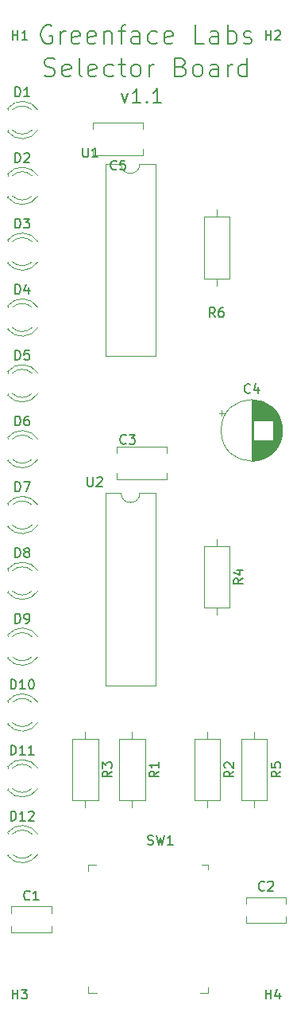
<source format=gbr>
G04 #@! TF.GenerationSoftware,KiCad,Pcbnew,(5.1.2)-1*
G04 #@! TF.CreationDate,2019-06-04T09:14:30-07:00*
G04 #@! TF.ProjectId,selector,73656c65-6374-46f7-922e-6b696361645f,rev?*
G04 #@! TF.SameCoordinates,Original*
G04 #@! TF.FileFunction,Legend,Top*
G04 #@! TF.FilePolarity,Positive*
%FSLAX46Y46*%
G04 Gerber Fmt 4.6, Leading zero omitted, Abs format (unit mm)*
G04 Created by KiCad (PCBNEW (5.1.2)-1) date 2019-06-04 09:14:30*
%MOMM*%
%LPD*%
G04 APERTURE LIST*
%ADD10C,0.150000*%
%ADD11C,0.120000*%
%ADD12C,0.100000*%
G04 APERTURE END LIST*
D10*
X74857142Y-70178571D02*
X75214285Y-71178571D01*
X75571428Y-70178571D01*
X76928571Y-71178571D02*
X76071428Y-71178571D01*
X76500000Y-71178571D02*
X76500000Y-69678571D01*
X76357142Y-69892857D01*
X76214285Y-70035714D01*
X76071428Y-70107142D01*
X77571428Y-71035714D02*
X77642857Y-71107142D01*
X77571428Y-71178571D01*
X77500000Y-71107142D01*
X77571428Y-71035714D01*
X77571428Y-71178571D01*
X79071428Y-71178571D02*
X78214285Y-71178571D01*
X78642857Y-71178571D02*
X78642857Y-69678571D01*
X78500000Y-69892857D01*
X78357142Y-70035714D01*
X78214285Y-70107142D01*
X66642857Y-68309523D02*
X66928571Y-68404761D01*
X67404761Y-68404761D01*
X67595238Y-68309523D01*
X67690476Y-68214285D01*
X67785714Y-68023809D01*
X67785714Y-67833333D01*
X67690476Y-67642857D01*
X67595238Y-67547619D01*
X67404761Y-67452380D01*
X67023809Y-67357142D01*
X66833333Y-67261904D01*
X66738095Y-67166666D01*
X66642857Y-66976190D01*
X66642857Y-66785714D01*
X66738095Y-66595238D01*
X66833333Y-66500000D01*
X67023809Y-66404761D01*
X67500000Y-66404761D01*
X67785714Y-66500000D01*
X69404761Y-68309523D02*
X69214285Y-68404761D01*
X68833333Y-68404761D01*
X68642857Y-68309523D01*
X68547619Y-68119047D01*
X68547619Y-67357142D01*
X68642857Y-67166666D01*
X68833333Y-67071428D01*
X69214285Y-67071428D01*
X69404761Y-67166666D01*
X69500000Y-67357142D01*
X69500000Y-67547619D01*
X68547619Y-67738095D01*
X70642857Y-68404761D02*
X70452380Y-68309523D01*
X70357142Y-68119047D01*
X70357142Y-66404761D01*
X72166666Y-68309523D02*
X71976190Y-68404761D01*
X71595238Y-68404761D01*
X71404761Y-68309523D01*
X71309523Y-68119047D01*
X71309523Y-67357142D01*
X71404761Y-67166666D01*
X71595238Y-67071428D01*
X71976190Y-67071428D01*
X72166666Y-67166666D01*
X72261904Y-67357142D01*
X72261904Y-67547619D01*
X71309523Y-67738095D01*
X73976190Y-68309523D02*
X73785714Y-68404761D01*
X73404761Y-68404761D01*
X73214285Y-68309523D01*
X73119047Y-68214285D01*
X73023809Y-68023809D01*
X73023809Y-67452380D01*
X73119047Y-67261904D01*
X73214285Y-67166666D01*
X73404761Y-67071428D01*
X73785714Y-67071428D01*
X73976190Y-67166666D01*
X74547619Y-67071428D02*
X75309523Y-67071428D01*
X74833333Y-66404761D02*
X74833333Y-68119047D01*
X74928571Y-68309523D01*
X75119047Y-68404761D01*
X75309523Y-68404761D01*
X76261904Y-68404761D02*
X76071428Y-68309523D01*
X75976190Y-68214285D01*
X75880952Y-68023809D01*
X75880952Y-67452380D01*
X75976190Y-67261904D01*
X76071428Y-67166666D01*
X76261904Y-67071428D01*
X76547619Y-67071428D01*
X76738095Y-67166666D01*
X76833333Y-67261904D01*
X76928571Y-67452380D01*
X76928571Y-68023809D01*
X76833333Y-68214285D01*
X76738095Y-68309523D01*
X76547619Y-68404761D01*
X76261904Y-68404761D01*
X77785714Y-68404761D02*
X77785714Y-67071428D01*
X77785714Y-67452380D02*
X77880952Y-67261904D01*
X77976190Y-67166666D01*
X78166666Y-67071428D01*
X78357142Y-67071428D01*
X81214285Y-67357142D02*
X81500000Y-67452380D01*
X81595238Y-67547619D01*
X81690476Y-67738095D01*
X81690476Y-68023809D01*
X81595238Y-68214285D01*
X81500000Y-68309523D01*
X81309523Y-68404761D01*
X80547619Y-68404761D01*
X80547619Y-66404761D01*
X81214285Y-66404761D01*
X81404761Y-66500000D01*
X81500000Y-66595238D01*
X81595238Y-66785714D01*
X81595238Y-66976190D01*
X81500000Y-67166666D01*
X81404761Y-67261904D01*
X81214285Y-67357142D01*
X80547619Y-67357142D01*
X82833333Y-68404761D02*
X82642857Y-68309523D01*
X82547619Y-68214285D01*
X82452380Y-68023809D01*
X82452380Y-67452380D01*
X82547619Y-67261904D01*
X82642857Y-67166666D01*
X82833333Y-67071428D01*
X83119047Y-67071428D01*
X83309523Y-67166666D01*
X83404761Y-67261904D01*
X83500000Y-67452380D01*
X83500000Y-68023809D01*
X83404761Y-68214285D01*
X83309523Y-68309523D01*
X83119047Y-68404761D01*
X82833333Y-68404761D01*
X85214285Y-68404761D02*
X85214285Y-67357142D01*
X85119047Y-67166666D01*
X84928571Y-67071428D01*
X84547619Y-67071428D01*
X84357142Y-67166666D01*
X85214285Y-68309523D02*
X85023809Y-68404761D01*
X84547619Y-68404761D01*
X84357142Y-68309523D01*
X84261904Y-68119047D01*
X84261904Y-67928571D01*
X84357142Y-67738095D01*
X84547619Y-67642857D01*
X85023809Y-67642857D01*
X85214285Y-67547619D01*
X86166666Y-68404761D02*
X86166666Y-67071428D01*
X86166666Y-67452380D02*
X86261904Y-67261904D01*
X86357142Y-67166666D01*
X86547619Y-67071428D01*
X86738095Y-67071428D01*
X88261904Y-68404761D02*
X88261904Y-66404761D01*
X88261904Y-68309523D02*
X88071428Y-68404761D01*
X87690476Y-68404761D01*
X87500000Y-68309523D01*
X87404761Y-68214285D01*
X87309523Y-68023809D01*
X87309523Y-67452380D01*
X87404761Y-67261904D01*
X87500000Y-67166666D01*
X87690476Y-67071428D01*
X88071428Y-67071428D01*
X88261904Y-67166666D01*
X67404761Y-63000000D02*
X67214285Y-62904761D01*
X66928571Y-62904761D01*
X66642857Y-63000000D01*
X66452380Y-63190476D01*
X66357142Y-63380952D01*
X66261904Y-63761904D01*
X66261904Y-64047619D01*
X66357142Y-64428571D01*
X66452380Y-64619047D01*
X66642857Y-64809523D01*
X66928571Y-64904761D01*
X67119047Y-64904761D01*
X67404761Y-64809523D01*
X67500000Y-64714285D01*
X67500000Y-64047619D01*
X67119047Y-64047619D01*
X68357142Y-64904761D02*
X68357142Y-63571428D01*
X68357142Y-63952380D02*
X68452380Y-63761904D01*
X68547619Y-63666666D01*
X68738095Y-63571428D01*
X68928571Y-63571428D01*
X70357142Y-64809523D02*
X70166666Y-64904761D01*
X69785714Y-64904761D01*
X69595238Y-64809523D01*
X69500000Y-64619047D01*
X69500000Y-63857142D01*
X69595238Y-63666666D01*
X69785714Y-63571428D01*
X70166666Y-63571428D01*
X70357142Y-63666666D01*
X70452380Y-63857142D01*
X70452380Y-64047619D01*
X69500000Y-64238095D01*
X72071428Y-64809523D02*
X71880952Y-64904761D01*
X71500000Y-64904761D01*
X71309523Y-64809523D01*
X71214285Y-64619047D01*
X71214285Y-63857142D01*
X71309523Y-63666666D01*
X71500000Y-63571428D01*
X71880952Y-63571428D01*
X72071428Y-63666666D01*
X72166666Y-63857142D01*
X72166666Y-64047619D01*
X71214285Y-64238095D01*
X73023809Y-63571428D02*
X73023809Y-64904761D01*
X73023809Y-63761904D02*
X73119047Y-63666666D01*
X73309523Y-63571428D01*
X73595238Y-63571428D01*
X73785714Y-63666666D01*
X73880952Y-63857142D01*
X73880952Y-64904761D01*
X74547619Y-63571428D02*
X75309523Y-63571428D01*
X74833333Y-64904761D02*
X74833333Y-63190476D01*
X74928571Y-63000000D01*
X75119047Y-62904761D01*
X75309523Y-62904761D01*
X76833333Y-64904761D02*
X76833333Y-63857142D01*
X76738095Y-63666666D01*
X76547619Y-63571428D01*
X76166666Y-63571428D01*
X75976190Y-63666666D01*
X76833333Y-64809523D02*
X76642857Y-64904761D01*
X76166666Y-64904761D01*
X75976190Y-64809523D01*
X75880952Y-64619047D01*
X75880952Y-64428571D01*
X75976190Y-64238095D01*
X76166666Y-64142857D01*
X76642857Y-64142857D01*
X76833333Y-64047619D01*
X78642857Y-64809523D02*
X78452380Y-64904761D01*
X78071428Y-64904761D01*
X77880952Y-64809523D01*
X77785714Y-64714285D01*
X77690476Y-64523809D01*
X77690476Y-63952380D01*
X77785714Y-63761904D01*
X77880952Y-63666666D01*
X78071428Y-63571428D01*
X78452380Y-63571428D01*
X78642857Y-63666666D01*
X80261904Y-64809523D02*
X80071428Y-64904761D01*
X79690476Y-64904761D01*
X79500000Y-64809523D01*
X79404761Y-64619047D01*
X79404761Y-63857142D01*
X79500000Y-63666666D01*
X79690476Y-63571428D01*
X80071428Y-63571428D01*
X80261904Y-63666666D01*
X80357142Y-63857142D01*
X80357142Y-64047619D01*
X79404761Y-64238095D01*
X83690476Y-64904761D02*
X82738095Y-64904761D01*
X82738095Y-62904761D01*
X85214285Y-64904761D02*
X85214285Y-63857142D01*
X85119047Y-63666666D01*
X84928571Y-63571428D01*
X84547619Y-63571428D01*
X84357142Y-63666666D01*
X85214285Y-64809523D02*
X85023809Y-64904761D01*
X84547619Y-64904761D01*
X84357142Y-64809523D01*
X84261904Y-64619047D01*
X84261904Y-64428571D01*
X84357142Y-64238095D01*
X84547619Y-64142857D01*
X85023809Y-64142857D01*
X85214285Y-64047619D01*
X86166666Y-64904761D02*
X86166666Y-62904761D01*
X86166666Y-63666666D02*
X86357142Y-63571428D01*
X86738095Y-63571428D01*
X86928571Y-63666666D01*
X87023809Y-63761904D01*
X87119047Y-63952380D01*
X87119047Y-64523809D01*
X87023809Y-64714285D01*
X86928571Y-64809523D01*
X86738095Y-64904761D01*
X86357142Y-64904761D01*
X86166666Y-64809523D01*
X87880952Y-64809523D02*
X88071428Y-64904761D01*
X88452380Y-64904761D01*
X88642857Y-64809523D01*
X88738095Y-64619047D01*
X88738095Y-64523809D01*
X88642857Y-64333333D01*
X88452380Y-64238095D01*
X88166666Y-64238095D01*
X87976190Y-64142857D01*
X87880952Y-63952380D01*
X87880952Y-63857142D01*
X87976190Y-63666666D01*
X88166666Y-63571428D01*
X88452380Y-63571428D01*
X88642857Y-63666666D01*
D11*
X67370000Y-158665000D02*
X67370000Y-159370000D01*
X67370000Y-156630000D02*
X67370000Y-157335000D01*
X63130000Y-158665000D02*
X63130000Y-159370000D01*
X63130000Y-156630000D02*
X63130000Y-157335000D01*
X63130000Y-159370000D02*
X67370000Y-159370000D01*
X63130000Y-156630000D02*
X67370000Y-156630000D01*
X88130000Y-155630000D02*
X92370000Y-155630000D01*
X88130000Y-158370000D02*
X92370000Y-158370000D01*
X88130000Y-155630000D02*
X88130000Y-156335000D01*
X88130000Y-157665000D02*
X88130000Y-158370000D01*
X92370000Y-155630000D02*
X92370000Y-156335000D01*
X92370000Y-157665000D02*
X92370000Y-158370000D01*
X65942335Y-71921392D02*
G75*
G03X62710000Y-71764484I-1672335J-1078608D01*
G01*
X65942335Y-74078608D02*
G75*
G02X62710000Y-74235516I-1672335J1078608D01*
G01*
X65311130Y-71920163D02*
G75*
G03X63229039Y-71920000I-1041130J-1079837D01*
G01*
X65311130Y-74079837D02*
G75*
G02X63229039Y-74080000I-1041130J1079837D01*
G01*
X62710000Y-71764000D02*
X62710000Y-71920000D01*
X62710000Y-74080000D02*
X62710000Y-74236000D01*
X62710000Y-81080000D02*
X62710000Y-81236000D01*
X62710000Y-78764000D02*
X62710000Y-78920000D01*
X65311130Y-81079837D02*
G75*
G02X63229039Y-81080000I-1041130J1079837D01*
G01*
X65311130Y-78920163D02*
G75*
G03X63229039Y-78920000I-1041130J-1079837D01*
G01*
X65942335Y-81078608D02*
G75*
G02X62710000Y-81235516I-1672335J1078608D01*
G01*
X65942335Y-78921392D02*
G75*
G03X62710000Y-78764484I-1672335J-1078608D01*
G01*
X62710000Y-88080000D02*
X62710000Y-88236000D01*
X62710000Y-85764000D02*
X62710000Y-85920000D01*
X65311130Y-88079837D02*
G75*
G02X63229039Y-88080000I-1041130J1079837D01*
G01*
X65311130Y-85920163D02*
G75*
G03X63229039Y-85920000I-1041130J-1079837D01*
G01*
X65942335Y-88078608D02*
G75*
G02X62710000Y-88235516I-1672335J1078608D01*
G01*
X65942335Y-85921392D02*
G75*
G03X62710000Y-85764484I-1672335J-1078608D01*
G01*
X65942335Y-92921392D02*
G75*
G03X62710000Y-92764484I-1672335J-1078608D01*
G01*
X65942335Y-95078608D02*
G75*
G02X62710000Y-95235516I-1672335J1078608D01*
G01*
X65311130Y-92920163D02*
G75*
G03X63229039Y-92920000I-1041130J-1079837D01*
G01*
X65311130Y-95079837D02*
G75*
G02X63229039Y-95080000I-1041130J1079837D01*
G01*
X62710000Y-92764000D02*
X62710000Y-92920000D01*
X62710000Y-95080000D02*
X62710000Y-95236000D01*
X62710000Y-102080000D02*
X62710000Y-102236000D01*
X62710000Y-99764000D02*
X62710000Y-99920000D01*
X65311130Y-102079837D02*
G75*
G02X63229039Y-102080000I-1041130J1079837D01*
G01*
X65311130Y-99920163D02*
G75*
G03X63229039Y-99920000I-1041130J-1079837D01*
G01*
X65942335Y-102078608D02*
G75*
G02X62710000Y-102235516I-1672335J1078608D01*
G01*
X65942335Y-99921392D02*
G75*
G03X62710000Y-99764484I-1672335J-1078608D01*
G01*
X65942335Y-106921392D02*
G75*
G03X62710000Y-106764484I-1672335J-1078608D01*
G01*
X65942335Y-109078608D02*
G75*
G02X62710000Y-109235516I-1672335J1078608D01*
G01*
X65311130Y-106920163D02*
G75*
G03X63229039Y-106920000I-1041130J-1079837D01*
G01*
X65311130Y-109079837D02*
G75*
G02X63229039Y-109080000I-1041130J1079837D01*
G01*
X62710000Y-106764000D02*
X62710000Y-106920000D01*
X62710000Y-109080000D02*
X62710000Y-109236000D01*
X62710000Y-116080000D02*
X62710000Y-116236000D01*
X62710000Y-113764000D02*
X62710000Y-113920000D01*
X65311130Y-116079837D02*
G75*
G02X63229039Y-116080000I-1041130J1079837D01*
G01*
X65311130Y-113920163D02*
G75*
G03X63229039Y-113920000I-1041130J-1079837D01*
G01*
X65942335Y-116078608D02*
G75*
G02X62710000Y-116235516I-1672335J1078608D01*
G01*
X65942335Y-113921392D02*
G75*
G03X62710000Y-113764484I-1672335J-1078608D01*
G01*
X65942335Y-120921392D02*
G75*
G03X62710000Y-120764484I-1672335J-1078608D01*
G01*
X65942335Y-123078608D02*
G75*
G02X62710000Y-123235516I-1672335J1078608D01*
G01*
X65311130Y-120920163D02*
G75*
G03X63229039Y-120920000I-1041130J-1079837D01*
G01*
X65311130Y-123079837D02*
G75*
G02X63229039Y-123080000I-1041130J1079837D01*
G01*
X62710000Y-120764000D02*
X62710000Y-120920000D01*
X62710000Y-123080000D02*
X62710000Y-123236000D01*
X62710000Y-130080000D02*
X62710000Y-130236000D01*
X62710000Y-127764000D02*
X62710000Y-127920000D01*
X65311130Y-130079837D02*
G75*
G02X63229039Y-130080000I-1041130J1079837D01*
G01*
X65311130Y-127920163D02*
G75*
G03X63229039Y-127920000I-1041130J-1079837D01*
G01*
X65942335Y-130078608D02*
G75*
G02X62710000Y-130235516I-1672335J1078608D01*
G01*
X65942335Y-127921392D02*
G75*
G03X62710000Y-127764484I-1672335J-1078608D01*
G01*
X65942335Y-134921392D02*
G75*
G03X62710000Y-134764484I-1672335J-1078608D01*
G01*
X65942335Y-137078608D02*
G75*
G02X62710000Y-137235516I-1672335J1078608D01*
G01*
X65311130Y-134920163D02*
G75*
G03X63229039Y-134920000I-1041130J-1079837D01*
G01*
X65311130Y-137079837D02*
G75*
G02X63229039Y-137080000I-1041130J1079837D01*
G01*
X62710000Y-134764000D02*
X62710000Y-134920000D01*
X62710000Y-137080000D02*
X62710000Y-137236000D01*
X62710000Y-144080000D02*
X62710000Y-144236000D01*
X62710000Y-141764000D02*
X62710000Y-141920000D01*
X65311130Y-144079837D02*
G75*
G02X63229039Y-144080000I-1041130J1079837D01*
G01*
X65311130Y-141920163D02*
G75*
G03X63229039Y-141920000I-1041130J-1079837D01*
G01*
X65942335Y-144078608D02*
G75*
G02X62710000Y-144235516I-1672335J1078608D01*
G01*
X65942335Y-141921392D02*
G75*
G03X62710000Y-141764484I-1672335J-1078608D01*
G01*
X65942335Y-148921392D02*
G75*
G03X62710000Y-148764484I-1672335J-1078608D01*
G01*
X65942335Y-151078608D02*
G75*
G02X62710000Y-151235516I-1672335J1078608D01*
G01*
X65311130Y-148920163D02*
G75*
G03X63229039Y-148920000I-1041130J-1079837D01*
G01*
X65311130Y-151079837D02*
G75*
G02X63229039Y-151080000I-1041130J1079837D01*
G01*
X62710000Y-148764000D02*
X62710000Y-148920000D01*
X62710000Y-151080000D02*
X62710000Y-151236000D01*
X76000000Y-146120000D02*
X76000000Y-145350000D01*
X76000000Y-138040000D02*
X76000000Y-138810000D01*
X77370000Y-145350000D02*
X77370000Y-138810000D01*
X74630000Y-145350000D02*
X77370000Y-145350000D01*
X74630000Y-138810000D02*
X74630000Y-145350000D01*
X77370000Y-138810000D02*
X74630000Y-138810000D01*
X85370000Y-138810000D02*
X82630000Y-138810000D01*
X82630000Y-138810000D02*
X82630000Y-145350000D01*
X82630000Y-145350000D02*
X85370000Y-145350000D01*
X85370000Y-145350000D02*
X85370000Y-138810000D01*
X84000000Y-138040000D02*
X84000000Y-138810000D01*
X84000000Y-146120000D02*
X84000000Y-145350000D01*
X71000000Y-146120000D02*
X71000000Y-145350000D01*
X71000000Y-138040000D02*
X71000000Y-138810000D01*
X72370000Y-145350000D02*
X72370000Y-138810000D01*
X69630000Y-145350000D02*
X72370000Y-145350000D01*
X69630000Y-138810000D02*
X69630000Y-145350000D01*
X72370000Y-138810000D02*
X69630000Y-138810000D01*
X85000000Y-125620000D02*
X85000000Y-124850000D01*
X85000000Y-117540000D02*
X85000000Y-118310000D01*
X86370000Y-124850000D02*
X86370000Y-118310000D01*
X83630000Y-124850000D02*
X86370000Y-124850000D01*
X83630000Y-118310000D02*
X83630000Y-124850000D01*
X86370000Y-118310000D02*
X83630000Y-118310000D01*
X90370000Y-138810000D02*
X87630000Y-138810000D01*
X87630000Y-138810000D02*
X87630000Y-145350000D01*
X87630000Y-145350000D02*
X90370000Y-145350000D01*
X90370000Y-145350000D02*
X90370000Y-138810000D01*
X89000000Y-138040000D02*
X89000000Y-138810000D01*
X89000000Y-146120000D02*
X89000000Y-145350000D01*
X86370000Y-83310000D02*
X83630000Y-83310000D01*
X83630000Y-83310000D02*
X83630000Y-89850000D01*
X83630000Y-89850000D02*
X86370000Y-89850000D01*
X86370000Y-89850000D02*
X86370000Y-83310000D01*
X85000000Y-82540000D02*
X85000000Y-83310000D01*
X85000000Y-90620000D02*
X85000000Y-89850000D01*
D12*
X72275000Y-165825000D02*
X71325000Y-165825000D01*
X71325000Y-165825000D02*
X71325000Y-165150000D01*
X72175000Y-152175000D02*
X71325000Y-152175000D01*
X71325000Y-152175000D02*
X71325000Y-152850000D01*
X84075000Y-165250000D02*
X84075000Y-165825000D01*
X84075000Y-165825000D02*
X83275000Y-165825000D01*
X83375000Y-152175000D02*
X84075000Y-152175000D01*
X84075000Y-152175000D02*
X84075000Y-152675000D01*
D11*
X78460000Y-77670000D02*
X76810000Y-77670000D01*
X78460000Y-98110000D02*
X78460000Y-77670000D01*
X73160000Y-98110000D02*
X78460000Y-98110000D01*
X73160000Y-77670000D02*
X73160000Y-98110000D01*
X74810000Y-77670000D02*
X73160000Y-77670000D01*
X76810000Y-77670000D02*
G75*
G02X74810000Y-77670000I-1000000J0D01*
G01*
X76810000Y-112670000D02*
G75*
G02X74810000Y-112670000I-1000000J0D01*
G01*
X74810000Y-112670000D02*
X73160000Y-112670000D01*
X73160000Y-112670000D02*
X73160000Y-133110000D01*
X73160000Y-133110000D02*
X78460000Y-133110000D01*
X78460000Y-133110000D02*
X78460000Y-112670000D01*
X78460000Y-112670000D02*
X76810000Y-112670000D01*
X74330000Y-108445000D02*
X74330000Y-107779000D01*
X74330000Y-111221000D02*
X74330000Y-110555000D01*
X79670000Y-108445000D02*
X79670000Y-107779000D01*
X79670000Y-111221000D02*
X79670000Y-110555000D01*
X79670000Y-107779000D02*
X74330000Y-107779000D01*
X79670000Y-111221000D02*
X74330000Y-111221000D01*
X77170000Y-76721000D02*
X71830000Y-76721000D01*
X77170000Y-73279000D02*
X71830000Y-73279000D01*
X77170000Y-76721000D02*
X77170000Y-76055000D01*
X77170000Y-73945000D02*
X77170000Y-73279000D01*
X71830000Y-76721000D02*
X71830000Y-76055000D01*
X71830000Y-73945000D02*
X71830000Y-73279000D01*
X92020000Y-106000000D02*
G75*
G03X92020000Y-106000000I-3270000J0D01*
G01*
X88750000Y-102770000D02*
X88750000Y-109230000D01*
X88790000Y-102770000D02*
X88790000Y-109230000D01*
X88830000Y-102770000D02*
X88830000Y-109230000D01*
X88870000Y-102772000D02*
X88870000Y-109228000D01*
X88910000Y-102773000D02*
X88910000Y-109227000D01*
X88950000Y-102776000D02*
X88950000Y-109224000D01*
X88990000Y-102778000D02*
X88990000Y-104960000D01*
X88990000Y-107040000D02*
X88990000Y-109222000D01*
X89030000Y-102782000D02*
X89030000Y-104960000D01*
X89030000Y-107040000D02*
X89030000Y-109218000D01*
X89070000Y-102785000D02*
X89070000Y-104960000D01*
X89070000Y-107040000D02*
X89070000Y-109215000D01*
X89110000Y-102789000D02*
X89110000Y-104960000D01*
X89110000Y-107040000D02*
X89110000Y-109211000D01*
X89150000Y-102794000D02*
X89150000Y-104960000D01*
X89150000Y-107040000D02*
X89150000Y-109206000D01*
X89190000Y-102799000D02*
X89190000Y-104960000D01*
X89190000Y-107040000D02*
X89190000Y-109201000D01*
X89230000Y-102805000D02*
X89230000Y-104960000D01*
X89230000Y-107040000D02*
X89230000Y-109195000D01*
X89270000Y-102811000D02*
X89270000Y-104960000D01*
X89270000Y-107040000D02*
X89270000Y-109189000D01*
X89310000Y-102818000D02*
X89310000Y-104960000D01*
X89310000Y-107040000D02*
X89310000Y-109182000D01*
X89350000Y-102825000D02*
X89350000Y-104960000D01*
X89350000Y-107040000D02*
X89350000Y-109175000D01*
X89390000Y-102833000D02*
X89390000Y-104960000D01*
X89390000Y-107040000D02*
X89390000Y-109167000D01*
X89430000Y-102841000D02*
X89430000Y-104960000D01*
X89430000Y-107040000D02*
X89430000Y-109159000D01*
X89471000Y-102850000D02*
X89471000Y-104960000D01*
X89471000Y-107040000D02*
X89471000Y-109150000D01*
X89511000Y-102859000D02*
X89511000Y-104960000D01*
X89511000Y-107040000D02*
X89511000Y-109141000D01*
X89551000Y-102869000D02*
X89551000Y-104960000D01*
X89551000Y-107040000D02*
X89551000Y-109131000D01*
X89591000Y-102879000D02*
X89591000Y-104960000D01*
X89591000Y-107040000D02*
X89591000Y-109121000D01*
X89631000Y-102890000D02*
X89631000Y-104960000D01*
X89631000Y-107040000D02*
X89631000Y-109110000D01*
X89671000Y-102902000D02*
X89671000Y-104960000D01*
X89671000Y-107040000D02*
X89671000Y-109098000D01*
X89711000Y-102914000D02*
X89711000Y-104960000D01*
X89711000Y-107040000D02*
X89711000Y-109086000D01*
X89751000Y-102926000D02*
X89751000Y-104960000D01*
X89751000Y-107040000D02*
X89751000Y-109074000D01*
X89791000Y-102939000D02*
X89791000Y-104960000D01*
X89791000Y-107040000D02*
X89791000Y-109061000D01*
X89831000Y-102953000D02*
X89831000Y-104960000D01*
X89831000Y-107040000D02*
X89831000Y-109047000D01*
X89871000Y-102967000D02*
X89871000Y-104960000D01*
X89871000Y-107040000D02*
X89871000Y-109033000D01*
X89911000Y-102982000D02*
X89911000Y-104960000D01*
X89911000Y-107040000D02*
X89911000Y-109018000D01*
X89951000Y-102998000D02*
X89951000Y-104960000D01*
X89951000Y-107040000D02*
X89951000Y-109002000D01*
X89991000Y-103014000D02*
X89991000Y-104960000D01*
X89991000Y-107040000D02*
X89991000Y-108986000D01*
X90031000Y-103030000D02*
X90031000Y-104960000D01*
X90031000Y-107040000D02*
X90031000Y-108970000D01*
X90071000Y-103048000D02*
X90071000Y-104960000D01*
X90071000Y-107040000D02*
X90071000Y-108952000D01*
X90111000Y-103066000D02*
X90111000Y-104960000D01*
X90111000Y-107040000D02*
X90111000Y-108934000D01*
X90151000Y-103084000D02*
X90151000Y-104960000D01*
X90151000Y-107040000D02*
X90151000Y-108916000D01*
X90191000Y-103104000D02*
X90191000Y-104960000D01*
X90191000Y-107040000D02*
X90191000Y-108896000D01*
X90231000Y-103124000D02*
X90231000Y-104960000D01*
X90231000Y-107040000D02*
X90231000Y-108876000D01*
X90271000Y-103144000D02*
X90271000Y-104960000D01*
X90271000Y-107040000D02*
X90271000Y-108856000D01*
X90311000Y-103166000D02*
X90311000Y-104960000D01*
X90311000Y-107040000D02*
X90311000Y-108834000D01*
X90351000Y-103188000D02*
X90351000Y-104960000D01*
X90351000Y-107040000D02*
X90351000Y-108812000D01*
X90391000Y-103210000D02*
X90391000Y-104960000D01*
X90391000Y-107040000D02*
X90391000Y-108790000D01*
X90431000Y-103234000D02*
X90431000Y-104960000D01*
X90431000Y-107040000D02*
X90431000Y-108766000D01*
X90471000Y-103258000D02*
X90471000Y-104960000D01*
X90471000Y-107040000D02*
X90471000Y-108742000D01*
X90511000Y-103284000D02*
X90511000Y-104960000D01*
X90511000Y-107040000D02*
X90511000Y-108716000D01*
X90551000Y-103310000D02*
X90551000Y-104960000D01*
X90551000Y-107040000D02*
X90551000Y-108690000D01*
X90591000Y-103336000D02*
X90591000Y-104960000D01*
X90591000Y-107040000D02*
X90591000Y-108664000D01*
X90631000Y-103364000D02*
X90631000Y-104960000D01*
X90631000Y-107040000D02*
X90631000Y-108636000D01*
X90671000Y-103393000D02*
X90671000Y-104960000D01*
X90671000Y-107040000D02*
X90671000Y-108607000D01*
X90711000Y-103422000D02*
X90711000Y-104960000D01*
X90711000Y-107040000D02*
X90711000Y-108578000D01*
X90751000Y-103452000D02*
X90751000Y-104960000D01*
X90751000Y-107040000D02*
X90751000Y-108548000D01*
X90791000Y-103484000D02*
X90791000Y-104960000D01*
X90791000Y-107040000D02*
X90791000Y-108516000D01*
X90831000Y-103516000D02*
X90831000Y-104960000D01*
X90831000Y-107040000D02*
X90831000Y-108484000D01*
X90871000Y-103550000D02*
X90871000Y-104960000D01*
X90871000Y-107040000D02*
X90871000Y-108450000D01*
X90911000Y-103584000D02*
X90911000Y-104960000D01*
X90911000Y-107040000D02*
X90911000Y-108416000D01*
X90951000Y-103620000D02*
X90951000Y-104960000D01*
X90951000Y-107040000D02*
X90951000Y-108380000D01*
X90991000Y-103657000D02*
X90991000Y-104960000D01*
X90991000Y-107040000D02*
X90991000Y-108343000D01*
X91031000Y-103695000D02*
X91031000Y-104960000D01*
X91031000Y-107040000D02*
X91031000Y-108305000D01*
X91071000Y-103735000D02*
X91071000Y-108265000D01*
X91111000Y-103776000D02*
X91111000Y-108224000D01*
X91151000Y-103818000D02*
X91151000Y-108182000D01*
X91191000Y-103863000D02*
X91191000Y-108137000D01*
X91231000Y-103908000D02*
X91231000Y-108092000D01*
X91271000Y-103956000D02*
X91271000Y-108044000D01*
X91311000Y-104005000D02*
X91311000Y-107995000D01*
X91351000Y-104056000D02*
X91351000Y-107944000D01*
X91391000Y-104110000D02*
X91391000Y-107890000D01*
X91431000Y-104166000D02*
X91431000Y-107834000D01*
X91471000Y-104224000D02*
X91471000Y-107776000D01*
X91511000Y-104286000D02*
X91511000Y-107714000D01*
X91551000Y-104350000D02*
X91551000Y-107650000D01*
X91591000Y-104419000D02*
X91591000Y-107581000D01*
X91631000Y-104491000D02*
X91631000Y-107509000D01*
X91671000Y-104568000D02*
X91671000Y-107432000D01*
X91711000Y-104650000D02*
X91711000Y-107350000D01*
X91751000Y-104738000D02*
X91751000Y-107262000D01*
X91791000Y-104835000D02*
X91791000Y-107165000D01*
X91831000Y-104941000D02*
X91831000Y-107059000D01*
X91871000Y-105060000D02*
X91871000Y-106940000D01*
X91911000Y-105198000D02*
X91911000Y-106802000D01*
X91951000Y-105367000D02*
X91951000Y-106633000D01*
X91991000Y-105598000D02*
X91991000Y-106402000D01*
X85249759Y-104161000D02*
X85879759Y-104161000D01*
X85564759Y-103846000D02*
X85564759Y-104476000D01*
D10*
X65083333Y-155857142D02*
X65035714Y-155904761D01*
X64892857Y-155952380D01*
X64797619Y-155952380D01*
X64654761Y-155904761D01*
X64559523Y-155809523D01*
X64511904Y-155714285D01*
X64464285Y-155523809D01*
X64464285Y-155380952D01*
X64511904Y-155190476D01*
X64559523Y-155095238D01*
X64654761Y-155000000D01*
X64797619Y-154952380D01*
X64892857Y-154952380D01*
X65035714Y-155000000D01*
X65083333Y-155047619D01*
X66035714Y-155952380D02*
X65464285Y-155952380D01*
X65750000Y-155952380D02*
X65750000Y-154952380D01*
X65654761Y-155095238D01*
X65559523Y-155190476D01*
X65464285Y-155238095D01*
X90083333Y-154857142D02*
X90035714Y-154904761D01*
X89892857Y-154952380D01*
X89797619Y-154952380D01*
X89654761Y-154904761D01*
X89559523Y-154809523D01*
X89511904Y-154714285D01*
X89464285Y-154523809D01*
X89464285Y-154380952D01*
X89511904Y-154190476D01*
X89559523Y-154095238D01*
X89654761Y-154000000D01*
X89797619Y-153952380D01*
X89892857Y-153952380D01*
X90035714Y-154000000D01*
X90083333Y-154047619D01*
X90464285Y-154047619D02*
X90511904Y-154000000D01*
X90607142Y-153952380D01*
X90845238Y-153952380D01*
X90940476Y-154000000D01*
X90988095Y-154047619D01*
X91035714Y-154142857D01*
X91035714Y-154238095D01*
X90988095Y-154380952D01*
X90416666Y-154952380D01*
X91035714Y-154952380D01*
X63531904Y-70492380D02*
X63531904Y-69492380D01*
X63770000Y-69492380D01*
X63912857Y-69540000D01*
X64008095Y-69635238D01*
X64055714Y-69730476D01*
X64103333Y-69920952D01*
X64103333Y-70063809D01*
X64055714Y-70254285D01*
X64008095Y-70349523D01*
X63912857Y-70444761D01*
X63770000Y-70492380D01*
X63531904Y-70492380D01*
X65055714Y-70492380D02*
X64484285Y-70492380D01*
X64770000Y-70492380D02*
X64770000Y-69492380D01*
X64674761Y-69635238D01*
X64579523Y-69730476D01*
X64484285Y-69778095D01*
X63531904Y-77492380D02*
X63531904Y-76492380D01*
X63770000Y-76492380D01*
X63912857Y-76540000D01*
X64008095Y-76635238D01*
X64055714Y-76730476D01*
X64103333Y-76920952D01*
X64103333Y-77063809D01*
X64055714Y-77254285D01*
X64008095Y-77349523D01*
X63912857Y-77444761D01*
X63770000Y-77492380D01*
X63531904Y-77492380D01*
X64484285Y-76587619D02*
X64531904Y-76540000D01*
X64627142Y-76492380D01*
X64865238Y-76492380D01*
X64960476Y-76540000D01*
X65008095Y-76587619D01*
X65055714Y-76682857D01*
X65055714Y-76778095D01*
X65008095Y-76920952D01*
X64436666Y-77492380D01*
X65055714Y-77492380D01*
X63531904Y-84492380D02*
X63531904Y-83492380D01*
X63770000Y-83492380D01*
X63912857Y-83540000D01*
X64008095Y-83635238D01*
X64055714Y-83730476D01*
X64103333Y-83920952D01*
X64103333Y-84063809D01*
X64055714Y-84254285D01*
X64008095Y-84349523D01*
X63912857Y-84444761D01*
X63770000Y-84492380D01*
X63531904Y-84492380D01*
X64436666Y-83492380D02*
X65055714Y-83492380D01*
X64722380Y-83873333D01*
X64865238Y-83873333D01*
X64960476Y-83920952D01*
X65008095Y-83968571D01*
X65055714Y-84063809D01*
X65055714Y-84301904D01*
X65008095Y-84397142D01*
X64960476Y-84444761D01*
X64865238Y-84492380D01*
X64579523Y-84492380D01*
X64484285Y-84444761D01*
X64436666Y-84397142D01*
X63531904Y-91492380D02*
X63531904Y-90492380D01*
X63770000Y-90492380D01*
X63912857Y-90540000D01*
X64008095Y-90635238D01*
X64055714Y-90730476D01*
X64103333Y-90920952D01*
X64103333Y-91063809D01*
X64055714Y-91254285D01*
X64008095Y-91349523D01*
X63912857Y-91444761D01*
X63770000Y-91492380D01*
X63531904Y-91492380D01*
X64960476Y-90825714D02*
X64960476Y-91492380D01*
X64722380Y-90444761D02*
X64484285Y-91159047D01*
X65103333Y-91159047D01*
X63531904Y-98492380D02*
X63531904Y-97492380D01*
X63770000Y-97492380D01*
X63912857Y-97540000D01*
X64008095Y-97635238D01*
X64055714Y-97730476D01*
X64103333Y-97920952D01*
X64103333Y-98063809D01*
X64055714Y-98254285D01*
X64008095Y-98349523D01*
X63912857Y-98444761D01*
X63770000Y-98492380D01*
X63531904Y-98492380D01*
X65008095Y-97492380D02*
X64531904Y-97492380D01*
X64484285Y-97968571D01*
X64531904Y-97920952D01*
X64627142Y-97873333D01*
X64865238Y-97873333D01*
X64960476Y-97920952D01*
X65008095Y-97968571D01*
X65055714Y-98063809D01*
X65055714Y-98301904D01*
X65008095Y-98397142D01*
X64960476Y-98444761D01*
X64865238Y-98492380D01*
X64627142Y-98492380D01*
X64531904Y-98444761D01*
X64484285Y-98397142D01*
X63531904Y-105492380D02*
X63531904Y-104492380D01*
X63770000Y-104492380D01*
X63912857Y-104540000D01*
X64008095Y-104635238D01*
X64055714Y-104730476D01*
X64103333Y-104920952D01*
X64103333Y-105063809D01*
X64055714Y-105254285D01*
X64008095Y-105349523D01*
X63912857Y-105444761D01*
X63770000Y-105492380D01*
X63531904Y-105492380D01*
X64960476Y-104492380D02*
X64770000Y-104492380D01*
X64674761Y-104540000D01*
X64627142Y-104587619D01*
X64531904Y-104730476D01*
X64484285Y-104920952D01*
X64484285Y-105301904D01*
X64531904Y-105397142D01*
X64579523Y-105444761D01*
X64674761Y-105492380D01*
X64865238Y-105492380D01*
X64960476Y-105444761D01*
X65008095Y-105397142D01*
X65055714Y-105301904D01*
X65055714Y-105063809D01*
X65008095Y-104968571D01*
X64960476Y-104920952D01*
X64865238Y-104873333D01*
X64674761Y-104873333D01*
X64579523Y-104920952D01*
X64531904Y-104968571D01*
X64484285Y-105063809D01*
X63531904Y-112492380D02*
X63531904Y-111492380D01*
X63770000Y-111492380D01*
X63912857Y-111540000D01*
X64008095Y-111635238D01*
X64055714Y-111730476D01*
X64103333Y-111920952D01*
X64103333Y-112063809D01*
X64055714Y-112254285D01*
X64008095Y-112349523D01*
X63912857Y-112444761D01*
X63770000Y-112492380D01*
X63531904Y-112492380D01*
X64436666Y-111492380D02*
X65103333Y-111492380D01*
X64674761Y-112492380D01*
X63531904Y-119492380D02*
X63531904Y-118492380D01*
X63770000Y-118492380D01*
X63912857Y-118540000D01*
X64008095Y-118635238D01*
X64055714Y-118730476D01*
X64103333Y-118920952D01*
X64103333Y-119063809D01*
X64055714Y-119254285D01*
X64008095Y-119349523D01*
X63912857Y-119444761D01*
X63770000Y-119492380D01*
X63531904Y-119492380D01*
X64674761Y-118920952D02*
X64579523Y-118873333D01*
X64531904Y-118825714D01*
X64484285Y-118730476D01*
X64484285Y-118682857D01*
X64531904Y-118587619D01*
X64579523Y-118540000D01*
X64674761Y-118492380D01*
X64865238Y-118492380D01*
X64960476Y-118540000D01*
X65008095Y-118587619D01*
X65055714Y-118682857D01*
X65055714Y-118730476D01*
X65008095Y-118825714D01*
X64960476Y-118873333D01*
X64865238Y-118920952D01*
X64674761Y-118920952D01*
X64579523Y-118968571D01*
X64531904Y-119016190D01*
X64484285Y-119111428D01*
X64484285Y-119301904D01*
X64531904Y-119397142D01*
X64579523Y-119444761D01*
X64674761Y-119492380D01*
X64865238Y-119492380D01*
X64960476Y-119444761D01*
X65008095Y-119397142D01*
X65055714Y-119301904D01*
X65055714Y-119111428D01*
X65008095Y-119016190D01*
X64960476Y-118968571D01*
X64865238Y-118920952D01*
X63531904Y-126492380D02*
X63531904Y-125492380D01*
X63770000Y-125492380D01*
X63912857Y-125540000D01*
X64008095Y-125635238D01*
X64055714Y-125730476D01*
X64103333Y-125920952D01*
X64103333Y-126063809D01*
X64055714Y-126254285D01*
X64008095Y-126349523D01*
X63912857Y-126444761D01*
X63770000Y-126492380D01*
X63531904Y-126492380D01*
X64579523Y-126492380D02*
X64770000Y-126492380D01*
X64865238Y-126444761D01*
X64912857Y-126397142D01*
X65008095Y-126254285D01*
X65055714Y-126063809D01*
X65055714Y-125682857D01*
X65008095Y-125587619D01*
X64960476Y-125540000D01*
X64865238Y-125492380D01*
X64674761Y-125492380D01*
X64579523Y-125540000D01*
X64531904Y-125587619D01*
X64484285Y-125682857D01*
X64484285Y-125920952D01*
X64531904Y-126016190D01*
X64579523Y-126063809D01*
X64674761Y-126111428D01*
X64865238Y-126111428D01*
X64960476Y-126063809D01*
X65008095Y-126016190D01*
X65055714Y-125920952D01*
X63055714Y-133492380D02*
X63055714Y-132492380D01*
X63293809Y-132492380D01*
X63436666Y-132540000D01*
X63531904Y-132635238D01*
X63579523Y-132730476D01*
X63627142Y-132920952D01*
X63627142Y-133063809D01*
X63579523Y-133254285D01*
X63531904Y-133349523D01*
X63436666Y-133444761D01*
X63293809Y-133492380D01*
X63055714Y-133492380D01*
X64579523Y-133492380D02*
X64008095Y-133492380D01*
X64293809Y-133492380D02*
X64293809Y-132492380D01*
X64198571Y-132635238D01*
X64103333Y-132730476D01*
X64008095Y-132778095D01*
X65198571Y-132492380D02*
X65293809Y-132492380D01*
X65389047Y-132540000D01*
X65436666Y-132587619D01*
X65484285Y-132682857D01*
X65531904Y-132873333D01*
X65531904Y-133111428D01*
X65484285Y-133301904D01*
X65436666Y-133397142D01*
X65389047Y-133444761D01*
X65293809Y-133492380D01*
X65198571Y-133492380D01*
X65103333Y-133444761D01*
X65055714Y-133397142D01*
X65008095Y-133301904D01*
X64960476Y-133111428D01*
X64960476Y-132873333D01*
X65008095Y-132682857D01*
X65055714Y-132587619D01*
X65103333Y-132540000D01*
X65198571Y-132492380D01*
X63055714Y-140492380D02*
X63055714Y-139492380D01*
X63293809Y-139492380D01*
X63436666Y-139540000D01*
X63531904Y-139635238D01*
X63579523Y-139730476D01*
X63627142Y-139920952D01*
X63627142Y-140063809D01*
X63579523Y-140254285D01*
X63531904Y-140349523D01*
X63436666Y-140444761D01*
X63293809Y-140492380D01*
X63055714Y-140492380D01*
X64579523Y-140492380D02*
X64008095Y-140492380D01*
X64293809Y-140492380D02*
X64293809Y-139492380D01*
X64198571Y-139635238D01*
X64103333Y-139730476D01*
X64008095Y-139778095D01*
X65531904Y-140492380D02*
X64960476Y-140492380D01*
X65246190Y-140492380D02*
X65246190Y-139492380D01*
X65150952Y-139635238D01*
X65055714Y-139730476D01*
X64960476Y-139778095D01*
X63055714Y-147492380D02*
X63055714Y-146492380D01*
X63293809Y-146492380D01*
X63436666Y-146540000D01*
X63531904Y-146635238D01*
X63579523Y-146730476D01*
X63627142Y-146920952D01*
X63627142Y-147063809D01*
X63579523Y-147254285D01*
X63531904Y-147349523D01*
X63436666Y-147444761D01*
X63293809Y-147492380D01*
X63055714Y-147492380D01*
X64579523Y-147492380D02*
X64008095Y-147492380D01*
X64293809Y-147492380D02*
X64293809Y-146492380D01*
X64198571Y-146635238D01*
X64103333Y-146730476D01*
X64008095Y-146778095D01*
X64960476Y-146587619D02*
X65008095Y-146540000D01*
X65103333Y-146492380D01*
X65341428Y-146492380D01*
X65436666Y-146540000D01*
X65484285Y-146587619D01*
X65531904Y-146682857D01*
X65531904Y-146778095D01*
X65484285Y-146920952D01*
X64912857Y-147492380D01*
X65531904Y-147492380D01*
X63238095Y-64452380D02*
X63238095Y-63452380D01*
X63238095Y-63928571D02*
X63809523Y-63928571D01*
X63809523Y-64452380D02*
X63809523Y-63452380D01*
X64809523Y-64452380D02*
X64238095Y-64452380D01*
X64523809Y-64452380D02*
X64523809Y-63452380D01*
X64428571Y-63595238D01*
X64333333Y-63690476D01*
X64238095Y-63738095D01*
X90238095Y-64452380D02*
X90238095Y-63452380D01*
X90238095Y-63928571D02*
X90809523Y-63928571D01*
X90809523Y-64452380D02*
X90809523Y-63452380D01*
X91238095Y-63547619D02*
X91285714Y-63500000D01*
X91380952Y-63452380D01*
X91619047Y-63452380D01*
X91714285Y-63500000D01*
X91761904Y-63547619D01*
X91809523Y-63642857D01*
X91809523Y-63738095D01*
X91761904Y-63880952D01*
X91190476Y-64452380D01*
X91809523Y-64452380D01*
X63238095Y-166452380D02*
X63238095Y-165452380D01*
X63238095Y-165928571D02*
X63809523Y-165928571D01*
X63809523Y-166452380D02*
X63809523Y-165452380D01*
X64190476Y-165452380D02*
X64809523Y-165452380D01*
X64476190Y-165833333D01*
X64619047Y-165833333D01*
X64714285Y-165880952D01*
X64761904Y-165928571D01*
X64809523Y-166023809D01*
X64809523Y-166261904D01*
X64761904Y-166357142D01*
X64714285Y-166404761D01*
X64619047Y-166452380D01*
X64333333Y-166452380D01*
X64238095Y-166404761D01*
X64190476Y-166357142D01*
X90238095Y-166452380D02*
X90238095Y-165452380D01*
X90238095Y-165928571D02*
X90809523Y-165928571D01*
X90809523Y-166452380D02*
X90809523Y-165452380D01*
X91714285Y-165785714D02*
X91714285Y-166452380D01*
X91476190Y-165404761D02*
X91238095Y-166119047D01*
X91857142Y-166119047D01*
X78822380Y-142246666D02*
X78346190Y-142580000D01*
X78822380Y-142818095D02*
X77822380Y-142818095D01*
X77822380Y-142437142D01*
X77870000Y-142341904D01*
X77917619Y-142294285D01*
X78012857Y-142246666D01*
X78155714Y-142246666D01*
X78250952Y-142294285D01*
X78298571Y-142341904D01*
X78346190Y-142437142D01*
X78346190Y-142818095D01*
X78822380Y-141294285D02*
X78822380Y-141865714D01*
X78822380Y-141580000D02*
X77822380Y-141580000D01*
X77965238Y-141675238D01*
X78060476Y-141770476D01*
X78108095Y-141865714D01*
X86822380Y-142246666D02*
X86346190Y-142580000D01*
X86822380Y-142818095D02*
X85822380Y-142818095D01*
X85822380Y-142437142D01*
X85870000Y-142341904D01*
X85917619Y-142294285D01*
X86012857Y-142246666D01*
X86155714Y-142246666D01*
X86250952Y-142294285D01*
X86298571Y-142341904D01*
X86346190Y-142437142D01*
X86346190Y-142818095D01*
X85917619Y-141865714D02*
X85870000Y-141818095D01*
X85822380Y-141722857D01*
X85822380Y-141484761D01*
X85870000Y-141389523D01*
X85917619Y-141341904D01*
X86012857Y-141294285D01*
X86108095Y-141294285D01*
X86250952Y-141341904D01*
X86822380Y-141913333D01*
X86822380Y-141294285D01*
X73822380Y-142246666D02*
X73346190Y-142580000D01*
X73822380Y-142818095D02*
X72822380Y-142818095D01*
X72822380Y-142437142D01*
X72870000Y-142341904D01*
X72917619Y-142294285D01*
X73012857Y-142246666D01*
X73155714Y-142246666D01*
X73250952Y-142294285D01*
X73298571Y-142341904D01*
X73346190Y-142437142D01*
X73346190Y-142818095D01*
X72822380Y-141913333D02*
X72822380Y-141294285D01*
X73203333Y-141627619D01*
X73203333Y-141484761D01*
X73250952Y-141389523D01*
X73298571Y-141341904D01*
X73393809Y-141294285D01*
X73631904Y-141294285D01*
X73727142Y-141341904D01*
X73774761Y-141389523D01*
X73822380Y-141484761D01*
X73822380Y-141770476D01*
X73774761Y-141865714D01*
X73727142Y-141913333D01*
X87822380Y-121746666D02*
X87346190Y-122080000D01*
X87822380Y-122318095D02*
X86822380Y-122318095D01*
X86822380Y-121937142D01*
X86870000Y-121841904D01*
X86917619Y-121794285D01*
X87012857Y-121746666D01*
X87155714Y-121746666D01*
X87250952Y-121794285D01*
X87298571Y-121841904D01*
X87346190Y-121937142D01*
X87346190Y-122318095D01*
X87155714Y-120889523D02*
X87822380Y-120889523D01*
X86774761Y-121127619D02*
X87489047Y-121365714D01*
X87489047Y-120746666D01*
X91822380Y-142246666D02*
X91346190Y-142580000D01*
X91822380Y-142818095D02*
X90822380Y-142818095D01*
X90822380Y-142437142D01*
X90870000Y-142341904D01*
X90917619Y-142294285D01*
X91012857Y-142246666D01*
X91155714Y-142246666D01*
X91250952Y-142294285D01*
X91298571Y-142341904D01*
X91346190Y-142437142D01*
X91346190Y-142818095D01*
X90822380Y-141341904D02*
X90822380Y-141818095D01*
X91298571Y-141865714D01*
X91250952Y-141818095D01*
X91203333Y-141722857D01*
X91203333Y-141484761D01*
X91250952Y-141389523D01*
X91298571Y-141341904D01*
X91393809Y-141294285D01*
X91631904Y-141294285D01*
X91727142Y-141341904D01*
X91774761Y-141389523D01*
X91822380Y-141484761D01*
X91822380Y-141722857D01*
X91774761Y-141818095D01*
X91727142Y-141865714D01*
X84833333Y-93952380D02*
X84500000Y-93476190D01*
X84261904Y-93952380D02*
X84261904Y-92952380D01*
X84642857Y-92952380D01*
X84738095Y-93000000D01*
X84785714Y-93047619D01*
X84833333Y-93142857D01*
X84833333Y-93285714D01*
X84785714Y-93380952D01*
X84738095Y-93428571D01*
X84642857Y-93476190D01*
X84261904Y-93476190D01*
X85690476Y-92952380D02*
X85500000Y-92952380D01*
X85404761Y-93000000D01*
X85357142Y-93047619D01*
X85261904Y-93190476D01*
X85214285Y-93380952D01*
X85214285Y-93761904D01*
X85261904Y-93857142D01*
X85309523Y-93904761D01*
X85404761Y-93952380D01*
X85595238Y-93952380D01*
X85690476Y-93904761D01*
X85738095Y-93857142D01*
X85785714Y-93761904D01*
X85785714Y-93523809D01*
X85738095Y-93428571D01*
X85690476Y-93380952D01*
X85595238Y-93333333D01*
X85404761Y-93333333D01*
X85309523Y-93380952D01*
X85261904Y-93428571D01*
X85214285Y-93523809D01*
X77666666Y-150004761D02*
X77809523Y-150052380D01*
X78047619Y-150052380D01*
X78142857Y-150004761D01*
X78190476Y-149957142D01*
X78238095Y-149861904D01*
X78238095Y-149766666D01*
X78190476Y-149671428D01*
X78142857Y-149623809D01*
X78047619Y-149576190D01*
X77857142Y-149528571D01*
X77761904Y-149480952D01*
X77714285Y-149433333D01*
X77666666Y-149338095D01*
X77666666Y-149242857D01*
X77714285Y-149147619D01*
X77761904Y-149100000D01*
X77857142Y-149052380D01*
X78095238Y-149052380D01*
X78238095Y-149100000D01*
X78571428Y-149052380D02*
X78809523Y-150052380D01*
X79000000Y-149338095D01*
X79190476Y-150052380D01*
X79428571Y-149052380D01*
X80333333Y-150052380D02*
X79761904Y-150052380D01*
X80047619Y-150052380D02*
X80047619Y-149052380D01*
X79952380Y-149195238D01*
X79857142Y-149290476D01*
X79761904Y-149338095D01*
X70738095Y-75952380D02*
X70738095Y-76761904D01*
X70785714Y-76857142D01*
X70833333Y-76904761D01*
X70928571Y-76952380D01*
X71119047Y-76952380D01*
X71214285Y-76904761D01*
X71261904Y-76857142D01*
X71309523Y-76761904D01*
X71309523Y-75952380D01*
X72309523Y-76952380D02*
X71738095Y-76952380D01*
X72023809Y-76952380D02*
X72023809Y-75952380D01*
X71928571Y-76095238D01*
X71833333Y-76190476D01*
X71738095Y-76238095D01*
X71238095Y-110952380D02*
X71238095Y-111761904D01*
X71285714Y-111857142D01*
X71333333Y-111904761D01*
X71428571Y-111952380D01*
X71619047Y-111952380D01*
X71714285Y-111904761D01*
X71761904Y-111857142D01*
X71809523Y-111761904D01*
X71809523Y-110952380D01*
X72238095Y-111047619D02*
X72285714Y-111000000D01*
X72380952Y-110952380D01*
X72619047Y-110952380D01*
X72714285Y-111000000D01*
X72761904Y-111047619D01*
X72809523Y-111142857D01*
X72809523Y-111238095D01*
X72761904Y-111380952D01*
X72190476Y-111952380D01*
X72809523Y-111952380D01*
X75333333Y-107357142D02*
X75285714Y-107404761D01*
X75142857Y-107452380D01*
X75047619Y-107452380D01*
X74904761Y-107404761D01*
X74809523Y-107309523D01*
X74761904Y-107214285D01*
X74714285Y-107023809D01*
X74714285Y-106880952D01*
X74761904Y-106690476D01*
X74809523Y-106595238D01*
X74904761Y-106500000D01*
X75047619Y-106452380D01*
X75142857Y-106452380D01*
X75285714Y-106500000D01*
X75333333Y-106547619D01*
X75666666Y-106452380D02*
X76285714Y-106452380D01*
X75952380Y-106833333D01*
X76095238Y-106833333D01*
X76190476Y-106880952D01*
X76238095Y-106928571D01*
X76285714Y-107023809D01*
X76285714Y-107261904D01*
X76238095Y-107357142D01*
X76190476Y-107404761D01*
X76095238Y-107452380D01*
X75809523Y-107452380D01*
X75714285Y-107404761D01*
X75666666Y-107357142D01*
X74333333Y-78207142D02*
X74285714Y-78254761D01*
X74142857Y-78302380D01*
X74047619Y-78302380D01*
X73904761Y-78254761D01*
X73809523Y-78159523D01*
X73761904Y-78064285D01*
X73714285Y-77873809D01*
X73714285Y-77730952D01*
X73761904Y-77540476D01*
X73809523Y-77445238D01*
X73904761Y-77350000D01*
X74047619Y-77302380D01*
X74142857Y-77302380D01*
X74285714Y-77350000D01*
X74333333Y-77397619D01*
X75238095Y-77302380D02*
X74761904Y-77302380D01*
X74714285Y-77778571D01*
X74761904Y-77730952D01*
X74857142Y-77683333D01*
X75095238Y-77683333D01*
X75190476Y-77730952D01*
X75238095Y-77778571D01*
X75285714Y-77873809D01*
X75285714Y-78111904D01*
X75238095Y-78207142D01*
X75190476Y-78254761D01*
X75095238Y-78302380D01*
X74857142Y-78302380D01*
X74761904Y-78254761D01*
X74714285Y-78207142D01*
X88583333Y-101957142D02*
X88535714Y-102004761D01*
X88392857Y-102052380D01*
X88297619Y-102052380D01*
X88154761Y-102004761D01*
X88059523Y-101909523D01*
X88011904Y-101814285D01*
X87964285Y-101623809D01*
X87964285Y-101480952D01*
X88011904Y-101290476D01*
X88059523Y-101195238D01*
X88154761Y-101100000D01*
X88297619Y-101052380D01*
X88392857Y-101052380D01*
X88535714Y-101100000D01*
X88583333Y-101147619D01*
X89440476Y-101385714D02*
X89440476Y-102052380D01*
X89202380Y-101004761D02*
X88964285Y-101719047D01*
X89583333Y-101719047D01*
M02*

</source>
